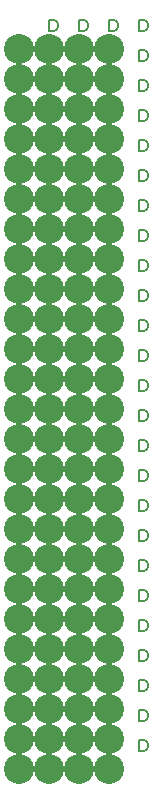
<source format=gbr>
G04 DesignSpark PCB Gerber Version 10.0 Build 5299*
%FSLAX35Y35*%
%MOIN*%
%ADD14C,0.00500*%
%ADD13C,0.10000*%
X0Y0D02*
D02*
D13*
X10250Y10250D03*
Y20250D03*
Y30250D03*
Y40250D03*
Y50250D03*
Y60250D03*
Y70250D03*
Y80250D03*
Y90250D03*
Y100250D03*
Y110250D03*
Y120250D03*
Y130250D03*
Y140250D03*
Y150250D03*
Y160250D03*
Y170250D03*
Y180250D03*
Y190250D03*
Y200250D03*
Y210250D03*
Y220250D03*
Y230250D03*
Y240250D03*
Y250250D03*
X20250Y10250D03*
Y20250D03*
Y30250D03*
Y40250D03*
Y50250D03*
Y60250D03*
Y70250D03*
Y80250D03*
Y90250D03*
Y100250D03*
Y110250D03*
Y120250D03*
Y130250D03*
Y140250D03*
Y150250D03*
Y160250D03*
Y170250D03*
Y180250D03*
Y190250D03*
Y200250D03*
Y210250D03*
Y220250D03*
Y230250D03*
Y240250D03*
Y250250D03*
X30250Y10250D03*
Y20250D03*
Y30250D03*
Y40250D03*
Y50250D03*
Y60250D03*
Y70250D03*
Y80250D03*
Y90250D03*
Y100250D03*
Y110250D03*
Y120250D03*
Y130250D03*
Y140250D03*
Y150250D03*
Y160250D03*
Y170250D03*
Y180250D03*
Y190250D03*
Y200250D03*
Y210250D03*
Y220250D03*
Y230250D03*
Y240250D03*
Y250250D03*
X40250Y10250D03*
Y20250D03*
Y30250D03*
Y40250D03*
Y50250D03*
Y60250D03*
Y70250D03*
Y80250D03*
Y90250D03*
Y100250D03*
Y110250D03*
Y120250D03*
Y130250D03*
Y140250D03*
Y150250D03*
Y160250D03*
Y170250D03*
Y180250D03*
Y190250D03*
Y200250D03*
Y210250D03*
Y220250D03*
Y230250D03*
Y240250D03*
Y250250D03*
D02*
D14*
X20250Y16187D02*
Y19937D01*
X22125D01*
X22750Y19625D01*
X23063Y19313D01*
X23375Y18687D01*
Y17437D01*
X23063Y16813D01*
X22750Y16500D01*
X22125Y16187D01*
X20250D01*
Y26187D02*
Y29937D01*
X22125D01*
X22750Y29625D01*
X23063Y29313D01*
X23375Y28687D01*
Y27437D01*
X23063Y26813D01*
X22750Y26500D01*
X22125Y26187D01*
X20250D01*
Y36187D02*
Y39937D01*
X22125D01*
X22750Y39625D01*
X23063Y39313D01*
X23375Y38687D01*
Y37437D01*
X23063Y36813D01*
X22750Y36500D01*
X22125Y36187D01*
X20250D01*
Y46187D02*
Y49937D01*
X22125D01*
X22750Y49625D01*
X23063Y49313D01*
X23375Y48687D01*
Y47437D01*
X23063Y46813D01*
X22750Y46500D01*
X22125Y46187D01*
X20250D01*
Y56187D02*
Y59937D01*
X22125D01*
X22750Y59625D01*
X23063Y59313D01*
X23375Y58687D01*
Y57437D01*
X23063Y56813D01*
X22750Y56500D01*
X22125Y56187D01*
X20250D01*
Y66187D02*
Y69937D01*
X22125D01*
X22750Y69625D01*
X23063Y69313D01*
X23375Y68687D01*
Y67437D01*
X23063Y66813D01*
X22750Y66500D01*
X22125Y66187D01*
X20250D01*
Y76187D02*
Y79937D01*
X22125D01*
X22750Y79625D01*
X23063Y79313D01*
X23375Y78687D01*
Y77437D01*
X23063Y76813D01*
X22750Y76500D01*
X22125Y76187D01*
X20250D01*
Y86187D02*
Y89937D01*
X22125D01*
X22750Y89625D01*
X23063Y89313D01*
X23375Y88687D01*
Y87437D01*
X23063Y86813D01*
X22750Y86500D01*
X22125Y86187D01*
X20250D01*
Y96187D02*
Y99937D01*
X22125D01*
X22750Y99625D01*
X23063Y99313D01*
X23375Y98687D01*
Y97437D01*
X23063Y96813D01*
X22750Y96500D01*
X22125Y96187D01*
X20250D01*
Y106187D02*
Y109937D01*
X22125D01*
X22750Y109625D01*
X23063Y109313D01*
X23375Y108687D01*
Y107437D01*
X23063Y106813D01*
X22750Y106500D01*
X22125Y106187D01*
X20250D01*
Y116187D02*
Y119937D01*
X22125D01*
X22750Y119625D01*
X23063Y119313D01*
X23375Y118687D01*
Y117437D01*
X23063Y116813D01*
X22750Y116500D01*
X22125Y116187D01*
X20250D01*
Y126187D02*
Y129937D01*
X22125D01*
X22750Y129625D01*
X23063Y129313D01*
X23375Y128687D01*
Y127437D01*
X23063Y126813D01*
X22750Y126500D01*
X22125Y126187D01*
X20250D01*
Y136187D02*
Y139937D01*
X22125D01*
X22750Y139625D01*
X23063Y139313D01*
X23375Y138687D01*
Y137437D01*
X23063Y136813D01*
X22750Y136500D01*
X22125Y136187D01*
X20250D01*
Y146187D02*
Y149937D01*
X22125D01*
X22750Y149625D01*
X23063Y149313D01*
X23375Y148687D01*
Y147437D01*
X23063Y146813D01*
X22750Y146500D01*
X22125Y146187D01*
X20250D01*
Y156187D02*
Y159937D01*
X22125D01*
X22750Y159625D01*
X23063Y159313D01*
X23375Y158687D01*
Y157437D01*
X23063Y156813D01*
X22750Y156500D01*
X22125Y156187D01*
X20250D01*
Y166187D02*
Y169937D01*
X22125D01*
X22750Y169625D01*
X23063Y169313D01*
X23375Y168687D01*
Y167437D01*
X23063Y166813D01*
X22750Y166500D01*
X22125Y166187D01*
X20250D01*
Y176187D02*
Y179937D01*
X22125D01*
X22750Y179625D01*
X23063Y179313D01*
X23375Y178687D01*
Y177437D01*
X23063Y176813D01*
X22750Y176500D01*
X22125Y176187D01*
X20250D01*
Y186187D02*
Y189937D01*
X22125D01*
X22750Y189625D01*
X23063Y189313D01*
X23375Y188687D01*
Y187437D01*
X23063Y186813D01*
X22750Y186500D01*
X22125Y186187D01*
X20250D01*
Y196187D02*
Y199937D01*
X22125D01*
X22750Y199625D01*
X23063Y199313D01*
X23375Y198687D01*
Y197437D01*
X23063Y196813D01*
X22750Y196500D01*
X22125Y196187D01*
X20250D01*
Y206187D02*
Y209937D01*
X22125D01*
X22750Y209625D01*
X23063Y209313D01*
X23375Y208687D01*
Y207437D01*
X23063Y206813D01*
X22750Y206500D01*
X22125Y206187D01*
X20250D01*
Y216187D02*
Y219937D01*
X22125D01*
X22750Y219625D01*
X23063Y219313D01*
X23375Y218687D01*
Y217437D01*
X23063Y216813D01*
X22750Y216500D01*
X22125Y216187D01*
X20250D01*
Y226187D02*
Y229937D01*
X22125D01*
X22750Y229625D01*
X23063Y229313D01*
X23375Y228687D01*
Y227437D01*
X23063Y226813D01*
X22750Y226500D01*
X22125Y226187D01*
X20250D01*
Y236187D02*
Y239937D01*
X22125D01*
X22750Y239625D01*
X23063Y239313D01*
X23375Y238687D01*
Y237437D01*
X23063Y236813D01*
X22750Y236500D01*
X22125Y236187D01*
X20250D01*
Y246187D02*
Y249937D01*
X22125D01*
X22750Y249625D01*
X23063Y249313D01*
X23375Y248687D01*
Y247437D01*
X23063Y246813D01*
X22750Y246500D01*
X22125Y246187D01*
X20250D01*
Y256187D02*
Y259937D01*
X22125D01*
X22750Y259625D01*
X23063Y259313D01*
X23375Y258687D01*
Y257437D01*
X23063Y256813D01*
X22750Y256500D01*
X22125Y256187D01*
X20250D01*
X30250Y16187D02*
Y19937D01*
X32125D01*
X32750Y19625D01*
X33063Y19313D01*
X33375Y18687D01*
Y17437D01*
X33063Y16813D01*
X32750Y16500D01*
X32125Y16187D01*
X30250D01*
Y26187D02*
Y29937D01*
X32125D01*
X32750Y29625D01*
X33063Y29313D01*
X33375Y28687D01*
Y27437D01*
X33063Y26813D01*
X32750Y26500D01*
X32125Y26187D01*
X30250D01*
Y36187D02*
Y39937D01*
X32125D01*
X32750Y39625D01*
X33063Y39313D01*
X33375Y38687D01*
Y37437D01*
X33063Y36813D01*
X32750Y36500D01*
X32125Y36187D01*
X30250D01*
Y46187D02*
Y49937D01*
X32125D01*
X32750Y49625D01*
X33063Y49313D01*
X33375Y48687D01*
Y47437D01*
X33063Y46813D01*
X32750Y46500D01*
X32125Y46187D01*
X30250D01*
Y56187D02*
Y59937D01*
X32125D01*
X32750Y59625D01*
X33063Y59313D01*
X33375Y58687D01*
Y57437D01*
X33063Y56813D01*
X32750Y56500D01*
X32125Y56187D01*
X30250D01*
Y66187D02*
Y69937D01*
X32125D01*
X32750Y69625D01*
X33063Y69313D01*
X33375Y68687D01*
Y67437D01*
X33063Y66813D01*
X32750Y66500D01*
X32125Y66187D01*
X30250D01*
Y76187D02*
Y79937D01*
X32125D01*
X32750Y79625D01*
X33063Y79313D01*
X33375Y78687D01*
Y77437D01*
X33063Y76813D01*
X32750Y76500D01*
X32125Y76187D01*
X30250D01*
Y86187D02*
Y89937D01*
X32125D01*
X32750Y89625D01*
X33063Y89313D01*
X33375Y88687D01*
Y87437D01*
X33063Y86813D01*
X32750Y86500D01*
X32125Y86187D01*
X30250D01*
Y96187D02*
Y99937D01*
X32125D01*
X32750Y99625D01*
X33063Y99313D01*
X33375Y98687D01*
Y97437D01*
X33063Y96813D01*
X32750Y96500D01*
X32125Y96187D01*
X30250D01*
Y106187D02*
Y109937D01*
X32125D01*
X32750Y109625D01*
X33063Y109313D01*
X33375Y108687D01*
Y107437D01*
X33063Y106813D01*
X32750Y106500D01*
X32125Y106187D01*
X30250D01*
Y116187D02*
Y119937D01*
X32125D01*
X32750Y119625D01*
X33063Y119313D01*
X33375Y118687D01*
Y117437D01*
X33063Y116813D01*
X32750Y116500D01*
X32125Y116187D01*
X30250D01*
Y126187D02*
Y129937D01*
X32125D01*
X32750Y129625D01*
X33063Y129313D01*
X33375Y128687D01*
Y127437D01*
X33063Y126813D01*
X32750Y126500D01*
X32125Y126187D01*
X30250D01*
Y136187D02*
Y139937D01*
X32125D01*
X32750Y139625D01*
X33063Y139313D01*
X33375Y138687D01*
Y137437D01*
X33063Y136813D01*
X32750Y136500D01*
X32125Y136187D01*
X30250D01*
Y146187D02*
Y149937D01*
X32125D01*
X32750Y149625D01*
X33063Y149313D01*
X33375Y148687D01*
Y147437D01*
X33063Y146813D01*
X32750Y146500D01*
X32125Y146187D01*
X30250D01*
Y156187D02*
Y159937D01*
X32125D01*
X32750Y159625D01*
X33063Y159313D01*
X33375Y158687D01*
Y157437D01*
X33063Y156813D01*
X32750Y156500D01*
X32125Y156187D01*
X30250D01*
Y166187D02*
Y169937D01*
X32125D01*
X32750Y169625D01*
X33063Y169313D01*
X33375Y168687D01*
Y167437D01*
X33063Y166813D01*
X32750Y166500D01*
X32125Y166187D01*
X30250D01*
Y176187D02*
Y179937D01*
X32125D01*
X32750Y179625D01*
X33063Y179313D01*
X33375Y178687D01*
Y177437D01*
X33063Y176813D01*
X32750Y176500D01*
X32125Y176187D01*
X30250D01*
Y186187D02*
Y189937D01*
X32125D01*
X32750Y189625D01*
X33063Y189313D01*
X33375Y188687D01*
Y187437D01*
X33063Y186813D01*
X32750Y186500D01*
X32125Y186187D01*
X30250D01*
Y196187D02*
Y199937D01*
X32125D01*
X32750Y199625D01*
X33063Y199313D01*
X33375Y198687D01*
Y197437D01*
X33063Y196813D01*
X32750Y196500D01*
X32125Y196187D01*
X30250D01*
Y206187D02*
Y209937D01*
X32125D01*
X32750Y209625D01*
X33063Y209313D01*
X33375Y208687D01*
Y207437D01*
X33063Y206813D01*
X32750Y206500D01*
X32125Y206187D01*
X30250D01*
Y216187D02*
Y219937D01*
X32125D01*
X32750Y219625D01*
X33063Y219313D01*
X33375Y218687D01*
Y217437D01*
X33063Y216813D01*
X32750Y216500D01*
X32125Y216187D01*
X30250D01*
Y226187D02*
Y229937D01*
X32125D01*
X32750Y229625D01*
X33063Y229313D01*
X33375Y228687D01*
Y227437D01*
X33063Y226813D01*
X32750Y226500D01*
X32125Y226187D01*
X30250D01*
Y236187D02*
Y239937D01*
X32125D01*
X32750Y239625D01*
X33063Y239313D01*
X33375Y238687D01*
Y237437D01*
X33063Y236813D01*
X32750Y236500D01*
X32125Y236187D01*
X30250D01*
Y246187D02*
Y249937D01*
X32125D01*
X32750Y249625D01*
X33063Y249313D01*
X33375Y248687D01*
Y247437D01*
X33063Y246813D01*
X32750Y246500D01*
X32125Y246187D01*
X30250D01*
Y256187D02*
Y259937D01*
X32125D01*
X32750Y259625D01*
X33063Y259313D01*
X33375Y258687D01*
Y257437D01*
X33063Y256813D01*
X32750Y256500D01*
X32125Y256187D01*
X30250D01*
X40250Y16187D02*
Y19937D01*
X42125D01*
X42750Y19625D01*
X43063Y19313D01*
X43375Y18687D01*
Y17437D01*
X43063Y16813D01*
X42750Y16500D01*
X42125Y16187D01*
X40250D01*
Y26187D02*
Y29937D01*
X42125D01*
X42750Y29625D01*
X43063Y29313D01*
X43375Y28687D01*
Y27437D01*
X43063Y26813D01*
X42750Y26500D01*
X42125Y26187D01*
X40250D01*
Y36187D02*
Y39937D01*
X42125D01*
X42750Y39625D01*
X43063Y39313D01*
X43375Y38687D01*
Y37437D01*
X43063Y36813D01*
X42750Y36500D01*
X42125Y36187D01*
X40250D01*
Y46187D02*
Y49937D01*
X42125D01*
X42750Y49625D01*
X43063Y49313D01*
X43375Y48687D01*
Y47437D01*
X43063Y46813D01*
X42750Y46500D01*
X42125Y46187D01*
X40250D01*
Y56187D02*
Y59937D01*
X42125D01*
X42750Y59625D01*
X43063Y59313D01*
X43375Y58687D01*
Y57437D01*
X43063Y56813D01*
X42750Y56500D01*
X42125Y56187D01*
X40250D01*
Y66187D02*
Y69937D01*
X42125D01*
X42750Y69625D01*
X43063Y69313D01*
X43375Y68687D01*
Y67437D01*
X43063Y66813D01*
X42750Y66500D01*
X42125Y66187D01*
X40250D01*
Y76187D02*
Y79937D01*
X42125D01*
X42750Y79625D01*
X43063Y79313D01*
X43375Y78687D01*
Y77437D01*
X43063Y76813D01*
X42750Y76500D01*
X42125Y76187D01*
X40250D01*
Y86187D02*
Y89937D01*
X42125D01*
X42750Y89625D01*
X43063Y89313D01*
X43375Y88687D01*
Y87437D01*
X43063Y86813D01*
X42750Y86500D01*
X42125Y86187D01*
X40250D01*
Y96187D02*
Y99937D01*
X42125D01*
X42750Y99625D01*
X43063Y99313D01*
X43375Y98687D01*
Y97437D01*
X43063Y96813D01*
X42750Y96500D01*
X42125Y96187D01*
X40250D01*
Y106187D02*
Y109937D01*
X42125D01*
X42750Y109625D01*
X43063Y109313D01*
X43375Y108687D01*
Y107437D01*
X43063Y106813D01*
X42750Y106500D01*
X42125Y106187D01*
X40250D01*
Y116187D02*
Y119937D01*
X42125D01*
X42750Y119625D01*
X43063Y119313D01*
X43375Y118687D01*
Y117437D01*
X43063Y116813D01*
X42750Y116500D01*
X42125Y116187D01*
X40250D01*
Y126187D02*
Y129937D01*
X42125D01*
X42750Y129625D01*
X43063Y129313D01*
X43375Y128687D01*
Y127437D01*
X43063Y126813D01*
X42750Y126500D01*
X42125Y126187D01*
X40250D01*
Y136187D02*
Y139937D01*
X42125D01*
X42750Y139625D01*
X43063Y139313D01*
X43375Y138687D01*
Y137437D01*
X43063Y136813D01*
X42750Y136500D01*
X42125Y136187D01*
X40250D01*
Y146187D02*
Y149937D01*
X42125D01*
X42750Y149625D01*
X43063Y149313D01*
X43375Y148687D01*
Y147437D01*
X43063Y146813D01*
X42750Y146500D01*
X42125Y146187D01*
X40250D01*
Y156187D02*
Y159937D01*
X42125D01*
X42750Y159625D01*
X43063Y159313D01*
X43375Y158687D01*
Y157437D01*
X43063Y156813D01*
X42750Y156500D01*
X42125Y156187D01*
X40250D01*
Y166187D02*
Y169937D01*
X42125D01*
X42750Y169625D01*
X43063Y169313D01*
X43375Y168687D01*
Y167437D01*
X43063Y166813D01*
X42750Y166500D01*
X42125Y166187D01*
X40250D01*
Y176187D02*
Y179937D01*
X42125D01*
X42750Y179625D01*
X43063Y179313D01*
X43375Y178687D01*
Y177437D01*
X43063Y176813D01*
X42750Y176500D01*
X42125Y176187D01*
X40250D01*
Y186187D02*
Y189937D01*
X42125D01*
X42750Y189625D01*
X43063Y189313D01*
X43375Y188687D01*
Y187437D01*
X43063Y186813D01*
X42750Y186500D01*
X42125Y186187D01*
X40250D01*
Y196187D02*
Y199937D01*
X42125D01*
X42750Y199625D01*
X43063Y199313D01*
X43375Y198687D01*
Y197437D01*
X43063Y196813D01*
X42750Y196500D01*
X42125Y196187D01*
X40250D01*
Y206187D02*
Y209937D01*
X42125D01*
X42750Y209625D01*
X43063Y209313D01*
X43375Y208687D01*
Y207437D01*
X43063Y206813D01*
X42750Y206500D01*
X42125Y206187D01*
X40250D01*
Y216187D02*
Y219937D01*
X42125D01*
X42750Y219625D01*
X43063Y219313D01*
X43375Y218687D01*
Y217437D01*
X43063Y216813D01*
X42750Y216500D01*
X42125Y216187D01*
X40250D01*
Y226187D02*
Y229937D01*
X42125D01*
X42750Y229625D01*
X43063Y229313D01*
X43375Y228687D01*
Y227437D01*
X43063Y226813D01*
X42750Y226500D01*
X42125Y226187D01*
X40250D01*
Y236187D02*
Y239937D01*
X42125D01*
X42750Y239625D01*
X43063Y239313D01*
X43375Y238687D01*
Y237437D01*
X43063Y236813D01*
X42750Y236500D01*
X42125Y236187D01*
X40250D01*
Y246187D02*
Y249937D01*
X42125D01*
X42750Y249625D01*
X43063Y249313D01*
X43375Y248687D01*
Y247437D01*
X43063Y246813D01*
X42750Y246500D01*
X42125Y246187D01*
X40250D01*
Y256187D02*
Y259937D01*
X42125D01*
X42750Y259625D01*
X43063Y259313D01*
X43375Y258687D01*
Y257437D01*
X43063Y256813D01*
X42750Y256500D01*
X42125Y256187D01*
X40250D01*
X50250Y16187D02*
Y19937D01*
X52125D01*
X52750Y19625D01*
X53063Y19313D01*
X53375Y18687D01*
Y17437D01*
X53063Y16813D01*
X52750Y16500D01*
X52125Y16187D01*
X50250D01*
Y26187D02*
Y29937D01*
X52125D01*
X52750Y29625D01*
X53063Y29313D01*
X53375Y28687D01*
Y27437D01*
X53063Y26813D01*
X52750Y26500D01*
X52125Y26187D01*
X50250D01*
Y36187D02*
Y39937D01*
X52125D01*
X52750Y39625D01*
X53063Y39313D01*
X53375Y38687D01*
Y37437D01*
X53063Y36813D01*
X52750Y36500D01*
X52125Y36187D01*
X50250D01*
Y46187D02*
Y49937D01*
X52125D01*
X52750Y49625D01*
X53063Y49313D01*
X53375Y48687D01*
Y47437D01*
X53063Y46813D01*
X52750Y46500D01*
X52125Y46187D01*
X50250D01*
Y56187D02*
Y59937D01*
X52125D01*
X52750Y59625D01*
X53063Y59313D01*
X53375Y58687D01*
Y57437D01*
X53063Y56813D01*
X52750Y56500D01*
X52125Y56187D01*
X50250D01*
Y66187D02*
Y69937D01*
X52125D01*
X52750Y69625D01*
X53063Y69313D01*
X53375Y68687D01*
Y67437D01*
X53063Y66813D01*
X52750Y66500D01*
X52125Y66187D01*
X50250D01*
Y76187D02*
Y79937D01*
X52125D01*
X52750Y79625D01*
X53063Y79313D01*
X53375Y78687D01*
Y77437D01*
X53063Y76813D01*
X52750Y76500D01*
X52125Y76187D01*
X50250D01*
Y86187D02*
Y89937D01*
X52125D01*
X52750Y89625D01*
X53063Y89313D01*
X53375Y88687D01*
Y87437D01*
X53063Y86813D01*
X52750Y86500D01*
X52125Y86187D01*
X50250D01*
Y96187D02*
Y99937D01*
X52125D01*
X52750Y99625D01*
X53063Y99313D01*
X53375Y98687D01*
Y97437D01*
X53063Y96813D01*
X52750Y96500D01*
X52125Y96187D01*
X50250D01*
Y106187D02*
Y109937D01*
X52125D01*
X52750Y109625D01*
X53063Y109313D01*
X53375Y108687D01*
Y107437D01*
X53063Y106813D01*
X52750Y106500D01*
X52125Y106187D01*
X50250D01*
Y116187D02*
Y119937D01*
X52125D01*
X52750Y119625D01*
X53063Y119313D01*
X53375Y118687D01*
Y117437D01*
X53063Y116813D01*
X52750Y116500D01*
X52125Y116187D01*
X50250D01*
Y126187D02*
Y129937D01*
X52125D01*
X52750Y129625D01*
X53063Y129313D01*
X53375Y128687D01*
Y127437D01*
X53063Y126813D01*
X52750Y126500D01*
X52125Y126187D01*
X50250D01*
Y136187D02*
Y139937D01*
X52125D01*
X52750Y139625D01*
X53063Y139313D01*
X53375Y138687D01*
Y137437D01*
X53063Y136813D01*
X52750Y136500D01*
X52125Y136187D01*
X50250D01*
Y146187D02*
Y149937D01*
X52125D01*
X52750Y149625D01*
X53063Y149313D01*
X53375Y148687D01*
Y147437D01*
X53063Y146813D01*
X52750Y146500D01*
X52125Y146187D01*
X50250D01*
Y156187D02*
Y159937D01*
X52125D01*
X52750Y159625D01*
X53063Y159313D01*
X53375Y158687D01*
Y157437D01*
X53063Y156813D01*
X52750Y156500D01*
X52125Y156187D01*
X50250D01*
Y166187D02*
Y169937D01*
X52125D01*
X52750Y169625D01*
X53063Y169313D01*
X53375Y168687D01*
Y167437D01*
X53063Y166813D01*
X52750Y166500D01*
X52125Y166187D01*
X50250D01*
Y176187D02*
Y179937D01*
X52125D01*
X52750Y179625D01*
X53063Y179313D01*
X53375Y178687D01*
Y177437D01*
X53063Y176813D01*
X52750Y176500D01*
X52125Y176187D01*
X50250D01*
Y186187D02*
Y189937D01*
X52125D01*
X52750Y189625D01*
X53063Y189313D01*
X53375Y188687D01*
Y187437D01*
X53063Y186813D01*
X52750Y186500D01*
X52125Y186187D01*
X50250D01*
Y196187D02*
Y199937D01*
X52125D01*
X52750Y199625D01*
X53063Y199313D01*
X53375Y198687D01*
Y197437D01*
X53063Y196813D01*
X52750Y196500D01*
X52125Y196187D01*
X50250D01*
Y206187D02*
Y209937D01*
X52125D01*
X52750Y209625D01*
X53063Y209313D01*
X53375Y208687D01*
Y207437D01*
X53063Y206813D01*
X52750Y206500D01*
X52125Y206187D01*
X50250D01*
Y216187D02*
Y219937D01*
X52125D01*
X52750Y219625D01*
X53063Y219313D01*
X53375Y218687D01*
Y217437D01*
X53063Y216813D01*
X52750Y216500D01*
X52125Y216187D01*
X50250D01*
Y226187D02*
Y229937D01*
X52125D01*
X52750Y229625D01*
X53063Y229313D01*
X53375Y228687D01*
Y227437D01*
X53063Y226813D01*
X52750Y226500D01*
X52125Y226187D01*
X50250D01*
Y236187D02*
Y239937D01*
X52125D01*
X52750Y239625D01*
X53063Y239313D01*
X53375Y238687D01*
Y237437D01*
X53063Y236813D01*
X52750Y236500D01*
X52125Y236187D01*
X50250D01*
Y246187D02*
Y249937D01*
X52125D01*
X52750Y249625D01*
X53063Y249313D01*
X53375Y248687D01*
Y247437D01*
X53063Y246813D01*
X52750Y246500D01*
X52125Y246187D01*
X50250D01*
Y256187D02*
Y259937D01*
X52125D01*
X52750Y259625D01*
X53063Y259313D01*
X53375Y258687D01*
Y257437D01*
X53063Y256813D01*
X52750Y256500D01*
X52125Y256187D01*
X50250D01*
X0Y0D02*
M02*

</source>
